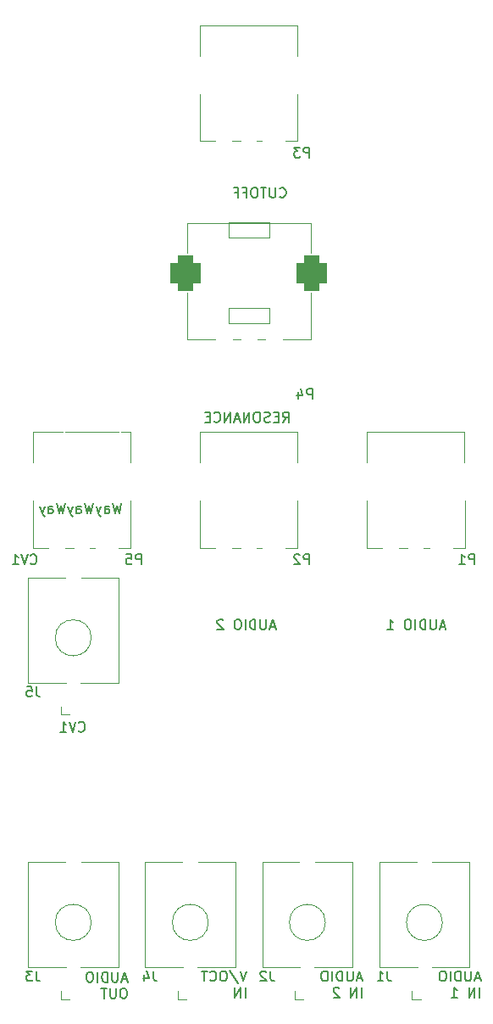
<source format=gbr>
G04 #@! TF.GenerationSoftware,KiCad,Pcbnew,7.0.2-0*
G04 #@! TF.CreationDate,2024-04-11T22:45:14+02:00*
G04 #@! TF.ProjectId,2600ish_vcf,32363030-6973-4685-9f76-63662e6b6963,rev?*
G04 #@! TF.SameCoordinates,Original*
G04 #@! TF.FileFunction,Legend,Bot*
G04 #@! TF.FilePolarity,Positive*
%FSLAX46Y46*%
G04 Gerber Fmt 4.6, Leading zero omitted, Abs format (unit mm)*
G04 Created by KiCad (PCBNEW 7.0.2-0) date 2024-04-11 22:45:14*
%MOMM*%
%LPD*%
G01*
G04 APERTURE LIST*
G04 Aperture macros list*
%AMRoundRect*
0 Rectangle with rounded corners*
0 $1 Rounding radius*
0 $2 $3 $4 $5 $6 $7 $8 $9 X,Y pos of 4 corners*
0 Add a 4 corners polygon primitive as box body*
4,1,4,$2,$3,$4,$5,$6,$7,$8,$9,$2,$3,0*
0 Add four circle primitives for the rounded corners*
1,1,$1+$1,$2,$3*
1,1,$1+$1,$4,$5*
1,1,$1+$1,$6,$7*
1,1,$1+$1,$8,$9*
0 Add four rect primitives between the rounded corners*
20,1,$1+$1,$2,$3,$4,$5,0*
20,1,$1+$1,$4,$5,$6,$7,0*
20,1,$1+$1,$6,$7,$8,$9,0*
20,1,$1+$1,$8,$9,$2,$3,0*%
G04 Aperture macros list end*
%ADD10C,0.150000*%
%ADD11C,0.120000*%
%ADD12C,1.600000*%
%ADD13O,1.600000X1.600000*%
%ADD14R,1.500000X1.500000*%
%ADD15C,1.500000*%
%ADD16R,1.200000X1.200000*%
%ADD17C,1.200000*%
%ADD18R,1.700000X1.700000*%
%ADD19O,1.700000X1.700000*%
%ADD20C,1.440000*%
%ADD21R,2.200000X2.200000*%
%ADD22O,2.200000X2.200000*%
%ADD23R,2.400000X1.600000*%
%ADD24O,2.400000X1.600000*%
%ADD25R,1.600000X2.400000*%
%ADD26O,1.600000X2.400000*%
%ADD27R,1.930000X1.830000*%
%ADD28C,2.130000*%
%ADD29O,2.720000X3.240000*%
%ADD30R,1.800000X1.800000*%
%ADD31C,1.800000*%
%ADD32RoundRect,0.750000X0.750000X-1.000000X0.750000X1.000000X-0.750000X1.000000X-0.750000X-1.000000X0*%
%ADD33R,1.600000X1.600000*%
G04 APERTURE END LIST*
D10*
X182109523Y-155171904D02*
X181633333Y-155171904D01*
X182204761Y-155457619D02*
X181871428Y-154457619D01*
X181871428Y-154457619D02*
X181538095Y-155457619D01*
X181204761Y-154457619D02*
X181204761Y-155267142D01*
X181204761Y-155267142D02*
X181157142Y-155362380D01*
X181157142Y-155362380D02*
X181109523Y-155410000D01*
X181109523Y-155410000D02*
X181014285Y-155457619D01*
X181014285Y-155457619D02*
X180823809Y-155457619D01*
X180823809Y-155457619D02*
X180728571Y-155410000D01*
X180728571Y-155410000D02*
X180680952Y-155362380D01*
X180680952Y-155362380D02*
X180633333Y-155267142D01*
X180633333Y-155267142D02*
X180633333Y-154457619D01*
X180157142Y-155457619D02*
X180157142Y-154457619D01*
X180157142Y-154457619D02*
X179919047Y-154457619D01*
X179919047Y-154457619D02*
X179776190Y-154505238D01*
X179776190Y-154505238D02*
X179680952Y-154600476D01*
X179680952Y-154600476D02*
X179633333Y-154695714D01*
X179633333Y-154695714D02*
X179585714Y-154886190D01*
X179585714Y-154886190D02*
X179585714Y-155029047D01*
X179585714Y-155029047D02*
X179633333Y-155219523D01*
X179633333Y-155219523D02*
X179680952Y-155314761D01*
X179680952Y-155314761D02*
X179776190Y-155410000D01*
X179776190Y-155410000D02*
X179919047Y-155457619D01*
X179919047Y-155457619D02*
X180157142Y-155457619D01*
X179157142Y-155457619D02*
X179157142Y-154457619D01*
X178490476Y-154457619D02*
X178300000Y-154457619D01*
X178300000Y-154457619D02*
X178204762Y-154505238D01*
X178204762Y-154505238D02*
X178109524Y-154600476D01*
X178109524Y-154600476D02*
X178061905Y-154790952D01*
X178061905Y-154790952D02*
X178061905Y-155124285D01*
X178061905Y-155124285D02*
X178109524Y-155314761D01*
X178109524Y-155314761D02*
X178204762Y-155410000D01*
X178204762Y-155410000D02*
X178300000Y-155457619D01*
X178300000Y-155457619D02*
X178490476Y-155457619D01*
X178490476Y-155457619D02*
X178585714Y-155410000D01*
X178585714Y-155410000D02*
X178680952Y-155314761D01*
X178680952Y-155314761D02*
X178728571Y-155124285D01*
X178728571Y-155124285D02*
X178728571Y-154790952D01*
X178728571Y-154790952D02*
X178680952Y-154600476D01*
X178680952Y-154600476D02*
X178585714Y-154505238D01*
X178585714Y-154505238D02*
X178490476Y-154457619D01*
X181871428Y-156077619D02*
X181680952Y-156077619D01*
X181680952Y-156077619D02*
X181585714Y-156125238D01*
X181585714Y-156125238D02*
X181490476Y-156220476D01*
X181490476Y-156220476D02*
X181442857Y-156410952D01*
X181442857Y-156410952D02*
X181442857Y-156744285D01*
X181442857Y-156744285D02*
X181490476Y-156934761D01*
X181490476Y-156934761D02*
X181585714Y-157030000D01*
X181585714Y-157030000D02*
X181680952Y-157077619D01*
X181680952Y-157077619D02*
X181871428Y-157077619D01*
X181871428Y-157077619D02*
X181966666Y-157030000D01*
X181966666Y-157030000D02*
X182061904Y-156934761D01*
X182061904Y-156934761D02*
X182109523Y-156744285D01*
X182109523Y-156744285D02*
X182109523Y-156410952D01*
X182109523Y-156410952D02*
X182061904Y-156220476D01*
X182061904Y-156220476D02*
X181966666Y-156125238D01*
X181966666Y-156125238D02*
X181871428Y-156077619D01*
X181014285Y-156077619D02*
X181014285Y-156887142D01*
X181014285Y-156887142D02*
X180966666Y-156982380D01*
X180966666Y-156982380D02*
X180919047Y-157030000D01*
X180919047Y-157030000D02*
X180823809Y-157077619D01*
X180823809Y-157077619D02*
X180633333Y-157077619D01*
X180633333Y-157077619D02*
X180538095Y-157030000D01*
X180538095Y-157030000D02*
X180490476Y-156982380D01*
X180490476Y-156982380D02*
X180442857Y-156887142D01*
X180442857Y-156887142D02*
X180442857Y-156077619D01*
X180109523Y-156077619D02*
X179538095Y-156077619D01*
X179823809Y-157077619D02*
X179823809Y-156077619D01*
X197390476Y-77082380D02*
X197438095Y-77130000D01*
X197438095Y-77130000D02*
X197580952Y-77177619D01*
X197580952Y-77177619D02*
X197676190Y-77177619D01*
X197676190Y-77177619D02*
X197819047Y-77130000D01*
X197819047Y-77130000D02*
X197914285Y-77034761D01*
X197914285Y-77034761D02*
X197961904Y-76939523D01*
X197961904Y-76939523D02*
X198009523Y-76749047D01*
X198009523Y-76749047D02*
X198009523Y-76606190D01*
X198009523Y-76606190D02*
X197961904Y-76415714D01*
X197961904Y-76415714D02*
X197914285Y-76320476D01*
X197914285Y-76320476D02*
X197819047Y-76225238D01*
X197819047Y-76225238D02*
X197676190Y-76177619D01*
X197676190Y-76177619D02*
X197580952Y-76177619D01*
X197580952Y-76177619D02*
X197438095Y-76225238D01*
X197438095Y-76225238D02*
X197390476Y-76272857D01*
X196961904Y-76177619D02*
X196961904Y-76987142D01*
X196961904Y-76987142D02*
X196914285Y-77082380D01*
X196914285Y-77082380D02*
X196866666Y-77130000D01*
X196866666Y-77130000D02*
X196771428Y-77177619D01*
X196771428Y-77177619D02*
X196580952Y-77177619D01*
X196580952Y-77177619D02*
X196485714Y-77130000D01*
X196485714Y-77130000D02*
X196438095Y-77082380D01*
X196438095Y-77082380D02*
X196390476Y-76987142D01*
X196390476Y-76987142D02*
X196390476Y-76177619D01*
X196057142Y-76177619D02*
X195485714Y-76177619D01*
X195771428Y-77177619D02*
X195771428Y-76177619D01*
X194961904Y-76177619D02*
X194771428Y-76177619D01*
X194771428Y-76177619D02*
X194676190Y-76225238D01*
X194676190Y-76225238D02*
X194580952Y-76320476D01*
X194580952Y-76320476D02*
X194533333Y-76510952D01*
X194533333Y-76510952D02*
X194533333Y-76844285D01*
X194533333Y-76844285D02*
X194580952Y-77034761D01*
X194580952Y-77034761D02*
X194676190Y-77130000D01*
X194676190Y-77130000D02*
X194771428Y-77177619D01*
X194771428Y-77177619D02*
X194961904Y-77177619D01*
X194961904Y-77177619D02*
X195057142Y-77130000D01*
X195057142Y-77130000D02*
X195152380Y-77034761D01*
X195152380Y-77034761D02*
X195199999Y-76844285D01*
X195199999Y-76844285D02*
X195199999Y-76510952D01*
X195199999Y-76510952D02*
X195152380Y-76320476D01*
X195152380Y-76320476D02*
X195057142Y-76225238D01*
X195057142Y-76225238D02*
X194961904Y-76177619D01*
X193771428Y-76653809D02*
X194104761Y-76653809D01*
X194104761Y-77177619D02*
X194104761Y-76177619D01*
X194104761Y-76177619D02*
X193628571Y-76177619D01*
X192914285Y-76653809D02*
X193247618Y-76653809D01*
X193247618Y-77177619D02*
X193247618Y-76177619D01*
X193247618Y-76177619D02*
X192771428Y-76177619D01*
X172490476Y-113682380D02*
X172538095Y-113730000D01*
X172538095Y-113730000D02*
X172680952Y-113777619D01*
X172680952Y-113777619D02*
X172776190Y-113777619D01*
X172776190Y-113777619D02*
X172919047Y-113730000D01*
X172919047Y-113730000D02*
X173014285Y-113634761D01*
X173014285Y-113634761D02*
X173061904Y-113539523D01*
X173061904Y-113539523D02*
X173109523Y-113349047D01*
X173109523Y-113349047D02*
X173109523Y-113206190D01*
X173109523Y-113206190D02*
X173061904Y-113015714D01*
X173061904Y-113015714D02*
X173014285Y-112920476D01*
X173014285Y-112920476D02*
X172919047Y-112825238D01*
X172919047Y-112825238D02*
X172776190Y-112777619D01*
X172776190Y-112777619D02*
X172680952Y-112777619D01*
X172680952Y-112777619D02*
X172538095Y-112825238D01*
X172538095Y-112825238D02*
X172490476Y-112872857D01*
X172204761Y-112777619D02*
X171871428Y-113777619D01*
X171871428Y-113777619D02*
X171538095Y-112777619D01*
X170680952Y-113777619D02*
X171252380Y-113777619D01*
X170966666Y-113777619D02*
X170966666Y-112777619D01*
X170966666Y-112777619D02*
X171061904Y-112920476D01*
X171061904Y-112920476D02*
X171157142Y-113015714D01*
X171157142Y-113015714D02*
X171252380Y-113063333D01*
X217409523Y-155071904D02*
X216933333Y-155071904D01*
X217504761Y-155357619D02*
X217171428Y-154357619D01*
X217171428Y-154357619D02*
X216838095Y-155357619D01*
X216504761Y-154357619D02*
X216504761Y-155167142D01*
X216504761Y-155167142D02*
X216457142Y-155262380D01*
X216457142Y-155262380D02*
X216409523Y-155310000D01*
X216409523Y-155310000D02*
X216314285Y-155357619D01*
X216314285Y-155357619D02*
X216123809Y-155357619D01*
X216123809Y-155357619D02*
X216028571Y-155310000D01*
X216028571Y-155310000D02*
X215980952Y-155262380D01*
X215980952Y-155262380D02*
X215933333Y-155167142D01*
X215933333Y-155167142D02*
X215933333Y-154357619D01*
X215457142Y-155357619D02*
X215457142Y-154357619D01*
X215457142Y-154357619D02*
X215219047Y-154357619D01*
X215219047Y-154357619D02*
X215076190Y-154405238D01*
X215076190Y-154405238D02*
X214980952Y-154500476D01*
X214980952Y-154500476D02*
X214933333Y-154595714D01*
X214933333Y-154595714D02*
X214885714Y-154786190D01*
X214885714Y-154786190D02*
X214885714Y-154929047D01*
X214885714Y-154929047D02*
X214933333Y-155119523D01*
X214933333Y-155119523D02*
X214980952Y-155214761D01*
X214980952Y-155214761D02*
X215076190Y-155310000D01*
X215076190Y-155310000D02*
X215219047Y-155357619D01*
X215219047Y-155357619D02*
X215457142Y-155357619D01*
X214457142Y-155357619D02*
X214457142Y-154357619D01*
X213790476Y-154357619D02*
X213600000Y-154357619D01*
X213600000Y-154357619D02*
X213504762Y-154405238D01*
X213504762Y-154405238D02*
X213409524Y-154500476D01*
X213409524Y-154500476D02*
X213361905Y-154690952D01*
X213361905Y-154690952D02*
X213361905Y-155024285D01*
X213361905Y-155024285D02*
X213409524Y-155214761D01*
X213409524Y-155214761D02*
X213504762Y-155310000D01*
X213504762Y-155310000D02*
X213600000Y-155357619D01*
X213600000Y-155357619D02*
X213790476Y-155357619D01*
X213790476Y-155357619D02*
X213885714Y-155310000D01*
X213885714Y-155310000D02*
X213980952Y-155214761D01*
X213980952Y-155214761D02*
X214028571Y-155024285D01*
X214028571Y-155024285D02*
X214028571Y-154690952D01*
X214028571Y-154690952D02*
X213980952Y-154500476D01*
X213980952Y-154500476D02*
X213885714Y-154405238D01*
X213885714Y-154405238D02*
X213790476Y-154357619D01*
X217361904Y-156977619D02*
X217361904Y-155977619D01*
X216885714Y-156977619D02*
X216885714Y-155977619D01*
X216885714Y-155977619D02*
X216314286Y-156977619D01*
X216314286Y-156977619D02*
X216314286Y-155977619D01*
X214552381Y-156977619D02*
X215123809Y-156977619D01*
X214838095Y-156977619D02*
X214838095Y-155977619D01*
X214838095Y-155977619D02*
X214933333Y-156120476D01*
X214933333Y-156120476D02*
X215028571Y-156215714D01*
X215028571Y-156215714D02*
X215123809Y-156263333D01*
X194104761Y-154357619D02*
X193771428Y-155357619D01*
X193771428Y-155357619D02*
X193438095Y-154357619D01*
X192390476Y-154310000D02*
X193247618Y-155595714D01*
X191866666Y-154357619D02*
X191676190Y-154357619D01*
X191676190Y-154357619D02*
X191580952Y-154405238D01*
X191580952Y-154405238D02*
X191485714Y-154500476D01*
X191485714Y-154500476D02*
X191438095Y-154690952D01*
X191438095Y-154690952D02*
X191438095Y-155024285D01*
X191438095Y-155024285D02*
X191485714Y-155214761D01*
X191485714Y-155214761D02*
X191580952Y-155310000D01*
X191580952Y-155310000D02*
X191676190Y-155357619D01*
X191676190Y-155357619D02*
X191866666Y-155357619D01*
X191866666Y-155357619D02*
X191961904Y-155310000D01*
X191961904Y-155310000D02*
X192057142Y-155214761D01*
X192057142Y-155214761D02*
X192104761Y-155024285D01*
X192104761Y-155024285D02*
X192104761Y-154690952D01*
X192104761Y-154690952D02*
X192057142Y-154500476D01*
X192057142Y-154500476D02*
X191961904Y-154405238D01*
X191961904Y-154405238D02*
X191866666Y-154357619D01*
X190438095Y-155262380D02*
X190485714Y-155310000D01*
X190485714Y-155310000D02*
X190628571Y-155357619D01*
X190628571Y-155357619D02*
X190723809Y-155357619D01*
X190723809Y-155357619D02*
X190866666Y-155310000D01*
X190866666Y-155310000D02*
X190961904Y-155214761D01*
X190961904Y-155214761D02*
X191009523Y-155119523D01*
X191009523Y-155119523D02*
X191057142Y-154929047D01*
X191057142Y-154929047D02*
X191057142Y-154786190D01*
X191057142Y-154786190D02*
X191009523Y-154595714D01*
X191009523Y-154595714D02*
X190961904Y-154500476D01*
X190961904Y-154500476D02*
X190866666Y-154405238D01*
X190866666Y-154405238D02*
X190723809Y-154357619D01*
X190723809Y-154357619D02*
X190628571Y-154357619D01*
X190628571Y-154357619D02*
X190485714Y-154405238D01*
X190485714Y-154405238D02*
X190438095Y-154452857D01*
X190152380Y-154357619D02*
X189580952Y-154357619D01*
X189866666Y-155357619D02*
X189866666Y-154357619D01*
X193961904Y-156977619D02*
X193961904Y-155977619D01*
X193485714Y-156977619D02*
X193485714Y-155977619D01*
X193485714Y-155977619D02*
X192914286Y-156977619D01*
X192914286Y-156977619D02*
X192914286Y-155977619D01*
X213909523Y-119991904D02*
X213433333Y-119991904D01*
X214004761Y-120277619D02*
X213671428Y-119277619D01*
X213671428Y-119277619D02*
X213338095Y-120277619D01*
X213004761Y-119277619D02*
X213004761Y-120087142D01*
X213004761Y-120087142D02*
X212957142Y-120182380D01*
X212957142Y-120182380D02*
X212909523Y-120230000D01*
X212909523Y-120230000D02*
X212814285Y-120277619D01*
X212814285Y-120277619D02*
X212623809Y-120277619D01*
X212623809Y-120277619D02*
X212528571Y-120230000D01*
X212528571Y-120230000D02*
X212480952Y-120182380D01*
X212480952Y-120182380D02*
X212433333Y-120087142D01*
X212433333Y-120087142D02*
X212433333Y-119277619D01*
X211957142Y-120277619D02*
X211957142Y-119277619D01*
X211957142Y-119277619D02*
X211719047Y-119277619D01*
X211719047Y-119277619D02*
X211576190Y-119325238D01*
X211576190Y-119325238D02*
X211480952Y-119420476D01*
X211480952Y-119420476D02*
X211433333Y-119515714D01*
X211433333Y-119515714D02*
X211385714Y-119706190D01*
X211385714Y-119706190D02*
X211385714Y-119849047D01*
X211385714Y-119849047D02*
X211433333Y-120039523D01*
X211433333Y-120039523D02*
X211480952Y-120134761D01*
X211480952Y-120134761D02*
X211576190Y-120230000D01*
X211576190Y-120230000D02*
X211719047Y-120277619D01*
X211719047Y-120277619D02*
X211957142Y-120277619D01*
X210957142Y-120277619D02*
X210957142Y-119277619D01*
X210290476Y-119277619D02*
X210100000Y-119277619D01*
X210100000Y-119277619D02*
X210004762Y-119325238D01*
X210004762Y-119325238D02*
X209909524Y-119420476D01*
X209909524Y-119420476D02*
X209861905Y-119610952D01*
X209861905Y-119610952D02*
X209861905Y-119944285D01*
X209861905Y-119944285D02*
X209909524Y-120134761D01*
X209909524Y-120134761D02*
X210004762Y-120230000D01*
X210004762Y-120230000D02*
X210100000Y-120277619D01*
X210100000Y-120277619D02*
X210290476Y-120277619D01*
X210290476Y-120277619D02*
X210385714Y-120230000D01*
X210385714Y-120230000D02*
X210480952Y-120134761D01*
X210480952Y-120134761D02*
X210528571Y-119944285D01*
X210528571Y-119944285D02*
X210528571Y-119610952D01*
X210528571Y-119610952D02*
X210480952Y-119420476D01*
X210480952Y-119420476D02*
X210385714Y-119325238D01*
X210385714Y-119325238D02*
X210290476Y-119277619D01*
X208147619Y-120277619D02*
X208719047Y-120277619D01*
X208433333Y-120277619D02*
X208433333Y-119277619D01*
X208433333Y-119277619D02*
X208528571Y-119420476D01*
X208528571Y-119420476D02*
X208623809Y-119515714D01*
X208623809Y-119515714D02*
X208719047Y-119563333D01*
X196909523Y-119991904D02*
X196433333Y-119991904D01*
X197004761Y-120277619D02*
X196671428Y-119277619D01*
X196671428Y-119277619D02*
X196338095Y-120277619D01*
X196004761Y-119277619D02*
X196004761Y-120087142D01*
X196004761Y-120087142D02*
X195957142Y-120182380D01*
X195957142Y-120182380D02*
X195909523Y-120230000D01*
X195909523Y-120230000D02*
X195814285Y-120277619D01*
X195814285Y-120277619D02*
X195623809Y-120277619D01*
X195623809Y-120277619D02*
X195528571Y-120230000D01*
X195528571Y-120230000D02*
X195480952Y-120182380D01*
X195480952Y-120182380D02*
X195433333Y-120087142D01*
X195433333Y-120087142D02*
X195433333Y-119277619D01*
X194957142Y-120277619D02*
X194957142Y-119277619D01*
X194957142Y-119277619D02*
X194719047Y-119277619D01*
X194719047Y-119277619D02*
X194576190Y-119325238D01*
X194576190Y-119325238D02*
X194480952Y-119420476D01*
X194480952Y-119420476D02*
X194433333Y-119515714D01*
X194433333Y-119515714D02*
X194385714Y-119706190D01*
X194385714Y-119706190D02*
X194385714Y-119849047D01*
X194385714Y-119849047D02*
X194433333Y-120039523D01*
X194433333Y-120039523D02*
X194480952Y-120134761D01*
X194480952Y-120134761D02*
X194576190Y-120230000D01*
X194576190Y-120230000D02*
X194719047Y-120277619D01*
X194719047Y-120277619D02*
X194957142Y-120277619D01*
X193957142Y-120277619D02*
X193957142Y-119277619D01*
X193290476Y-119277619D02*
X193100000Y-119277619D01*
X193100000Y-119277619D02*
X193004762Y-119325238D01*
X193004762Y-119325238D02*
X192909524Y-119420476D01*
X192909524Y-119420476D02*
X192861905Y-119610952D01*
X192861905Y-119610952D02*
X192861905Y-119944285D01*
X192861905Y-119944285D02*
X192909524Y-120134761D01*
X192909524Y-120134761D02*
X193004762Y-120230000D01*
X193004762Y-120230000D02*
X193100000Y-120277619D01*
X193100000Y-120277619D02*
X193290476Y-120277619D01*
X193290476Y-120277619D02*
X193385714Y-120230000D01*
X193385714Y-120230000D02*
X193480952Y-120134761D01*
X193480952Y-120134761D02*
X193528571Y-119944285D01*
X193528571Y-119944285D02*
X193528571Y-119610952D01*
X193528571Y-119610952D02*
X193480952Y-119420476D01*
X193480952Y-119420476D02*
X193385714Y-119325238D01*
X193385714Y-119325238D02*
X193290476Y-119277619D01*
X191719047Y-119372857D02*
X191671428Y-119325238D01*
X191671428Y-119325238D02*
X191576190Y-119277619D01*
X191576190Y-119277619D02*
X191338095Y-119277619D01*
X191338095Y-119277619D02*
X191242857Y-119325238D01*
X191242857Y-119325238D02*
X191195238Y-119372857D01*
X191195238Y-119372857D02*
X191147619Y-119468095D01*
X191147619Y-119468095D02*
X191147619Y-119563333D01*
X191147619Y-119563333D02*
X191195238Y-119706190D01*
X191195238Y-119706190D02*
X191766666Y-120277619D01*
X191766666Y-120277619D02*
X191147619Y-120277619D01*
X197690476Y-99577619D02*
X198023809Y-99101428D01*
X198261904Y-99577619D02*
X198261904Y-98577619D01*
X198261904Y-98577619D02*
X197880952Y-98577619D01*
X197880952Y-98577619D02*
X197785714Y-98625238D01*
X197785714Y-98625238D02*
X197738095Y-98672857D01*
X197738095Y-98672857D02*
X197690476Y-98768095D01*
X197690476Y-98768095D02*
X197690476Y-98910952D01*
X197690476Y-98910952D02*
X197738095Y-99006190D01*
X197738095Y-99006190D02*
X197785714Y-99053809D01*
X197785714Y-99053809D02*
X197880952Y-99101428D01*
X197880952Y-99101428D02*
X198261904Y-99101428D01*
X197261904Y-99053809D02*
X196928571Y-99053809D01*
X196785714Y-99577619D02*
X197261904Y-99577619D01*
X197261904Y-99577619D02*
X197261904Y-98577619D01*
X197261904Y-98577619D02*
X196785714Y-98577619D01*
X196404761Y-99530000D02*
X196261904Y-99577619D01*
X196261904Y-99577619D02*
X196023809Y-99577619D01*
X196023809Y-99577619D02*
X195928571Y-99530000D01*
X195928571Y-99530000D02*
X195880952Y-99482380D01*
X195880952Y-99482380D02*
X195833333Y-99387142D01*
X195833333Y-99387142D02*
X195833333Y-99291904D01*
X195833333Y-99291904D02*
X195880952Y-99196666D01*
X195880952Y-99196666D02*
X195928571Y-99149047D01*
X195928571Y-99149047D02*
X196023809Y-99101428D01*
X196023809Y-99101428D02*
X196214285Y-99053809D01*
X196214285Y-99053809D02*
X196309523Y-99006190D01*
X196309523Y-99006190D02*
X196357142Y-98958571D01*
X196357142Y-98958571D02*
X196404761Y-98863333D01*
X196404761Y-98863333D02*
X196404761Y-98768095D01*
X196404761Y-98768095D02*
X196357142Y-98672857D01*
X196357142Y-98672857D02*
X196309523Y-98625238D01*
X196309523Y-98625238D02*
X196214285Y-98577619D01*
X196214285Y-98577619D02*
X195976190Y-98577619D01*
X195976190Y-98577619D02*
X195833333Y-98625238D01*
X195214285Y-98577619D02*
X195023809Y-98577619D01*
X195023809Y-98577619D02*
X194928571Y-98625238D01*
X194928571Y-98625238D02*
X194833333Y-98720476D01*
X194833333Y-98720476D02*
X194785714Y-98910952D01*
X194785714Y-98910952D02*
X194785714Y-99244285D01*
X194785714Y-99244285D02*
X194833333Y-99434761D01*
X194833333Y-99434761D02*
X194928571Y-99530000D01*
X194928571Y-99530000D02*
X195023809Y-99577619D01*
X195023809Y-99577619D02*
X195214285Y-99577619D01*
X195214285Y-99577619D02*
X195309523Y-99530000D01*
X195309523Y-99530000D02*
X195404761Y-99434761D01*
X195404761Y-99434761D02*
X195452380Y-99244285D01*
X195452380Y-99244285D02*
X195452380Y-98910952D01*
X195452380Y-98910952D02*
X195404761Y-98720476D01*
X195404761Y-98720476D02*
X195309523Y-98625238D01*
X195309523Y-98625238D02*
X195214285Y-98577619D01*
X194357142Y-99577619D02*
X194357142Y-98577619D01*
X194357142Y-98577619D02*
X193785714Y-99577619D01*
X193785714Y-99577619D02*
X193785714Y-98577619D01*
X193357142Y-99291904D02*
X192880952Y-99291904D01*
X193452380Y-99577619D02*
X193119047Y-98577619D01*
X193119047Y-98577619D02*
X192785714Y-99577619D01*
X192452380Y-99577619D02*
X192452380Y-98577619D01*
X192452380Y-98577619D02*
X191880952Y-99577619D01*
X191880952Y-99577619D02*
X191880952Y-98577619D01*
X190833333Y-99482380D02*
X190880952Y-99530000D01*
X190880952Y-99530000D02*
X191023809Y-99577619D01*
X191023809Y-99577619D02*
X191119047Y-99577619D01*
X191119047Y-99577619D02*
X191261904Y-99530000D01*
X191261904Y-99530000D02*
X191357142Y-99434761D01*
X191357142Y-99434761D02*
X191404761Y-99339523D01*
X191404761Y-99339523D02*
X191452380Y-99149047D01*
X191452380Y-99149047D02*
X191452380Y-99006190D01*
X191452380Y-99006190D02*
X191404761Y-98815714D01*
X191404761Y-98815714D02*
X191357142Y-98720476D01*
X191357142Y-98720476D02*
X191261904Y-98625238D01*
X191261904Y-98625238D02*
X191119047Y-98577619D01*
X191119047Y-98577619D02*
X191023809Y-98577619D01*
X191023809Y-98577619D02*
X190880952Y-98625238D01*
X190880952Y-98625238D02*
X190833333Y-98672857D01*
X190404761Y-99053809D02*
X190071428Y-99053809D01*
X189928571Y-99577619D02*
X190404761Y-99577619D01*
X190404761Y-99577619D02*
X190404761Y-98577619D01*
X190404761Y-98577619D02*
X189928571Y-98577619D01*
X177290476Y-130382380D02*
X177338095Y-130430000D01*
X177338095Y-130430000D02*
X177480952Y-130477619D01*
X177480952Y-130477619D02*
X177576190Y-130477619D01*
X177576190Y-130477619D02*
X177719047Y-130430000D01*
X177719047Y-130430000D02*
X177814285Y-130334761D01*
X177814285Y-130334761D02*
X177861904Y-130239523D01*
X177861904Y-130239523D02*
X177909523Y-130049047D01*
X177909523Y-130049047D02*
X177909523Y-129906190D01*
X177909523Y-129906190D02*
X177861904Y-129715714D01*
X177861904Y-129715714D02*
X177814285Y-129620476D01*
X177814285Y-129620476D02*
X177719047Y-129525238D01*
X177719047Y-129525238D02*
X177576190Y-129477619D01*
X177576190Y-129477619D02*
X177480952Y-129477619D01*
X177480952Y-129477619D02*
X177338095Y-129525238D01*
X177338095Y-129525238D02*
X177290476Y-129572857D01*
X177004761Y-129477619D02*
X176671428Y-130477619D01*
X176671428Y-130477619D02*
X176338095Y-129477619D01*
X175480952Y-130477619D02*
X176052380Y-130477619D01*
X175766666Y-130477619D02*
X175766666Y-129477619D01*
X175766666Y-129477619D02*
X175861904Y-129620476D01*
X175861904Y-129620476D02*
X175957142Y-129715714D01*
X175957142Y-129715714D02*
X176052380Y-129763333D01*
X205609523Y-155071904D02*
X205133333Y-155071904D01*
X205704761Y-155357619D02*
X205371428Y-154357619D01*
X205371428Y-154357619D02*
X205038095Y-155357619D01*
X204704761Y-154357619D02*
X204704761Y-155167142D01*
X204704761Y-155167142D02*
X204657142Y-155262380D01*
X204657142Y-155262380D02*
X204609523Y-155310000D01*
X204609523Y-155310000D02*
X204514285Y-155357619D01*
X204514285Y-155357619D02*
X204323809Y-155357619D01*
X204323809Y-155357619D02*
X204228571Y-155310000D01*
X204228571Y-155310000D02*
X204180952Y-155262380D01*
X204180952Y-155262380D02*
X204133333Y-155167142D01*
X204133333Y-155167142D02*
X204133333Y-154357619D01*
X203657142Y-155357619D02*
X203657142Y-154357619D01*
X203657142Y-154357619D02*
X203419047Y-154357619D01*
X203419047Y-154357619D02*
X203276190Y-154405238D01*
X203276190Y-154405238D02*
X203180952Y-154500476D01*
X203180952Y-154500476D02*
X203133333Y-154595714D01*
X203133333Y-154595714D02*
X203085714Y-154786190D01*
X203085714Y-154786190D02*
X203085714Y-154929047D01*
X203085714Y-154929047D02*
X203133333Y-155119523D01*
X203133333Y-155119523D02*
X203180952Y-155214761D01*
X203180952Y-155214761D02*
X203276190Y-155310000D01*
X203276190Y-155310000D02*
X203419047Y-155357619D01*
X203419047Y-155357619D02*
X203657142Y-155357619D01*
X202657142Y-155357619D02*
X202657142Y-154357619D01*
X201990476Y-154357619D02*
X201800000Y-154357619D01*
X201800000Y-154357619D02*
X201704762Y-154405238D01*
X201704762Y-154405238D02*
X201609524Y-154500476D01*
X201609524Y-154500476D02*
X201561905Y-154690952D01*
X201561905Y-154690952D02*
X201561905Y-155024285D01*
X201561905Y-155024285D02*
X201609524Y-155214761D01*
X201609524Y-155214761D02*
X201704762Y-155310000D01*
X201704762Y-155310000D02*
X201800000Y-155357619D01*
X201800000Y-155357619D02*
X201990476Y-155357619D01*
X201990476Y-155357619D02*
X202085714Y-155310000D01*
X202085714Y-155310000D02*
X202180952Y-155214761D01*
X202180952Y-155214761D02*
X202228571Y-155024285D01*
X202228571Y-155024285D02*
X202228571Y-154690952D01*
X202228571Y-154690952D02*
X202180952Y-154500476D01*
X202180952Y-154500476D02*
X202085714Y-154405238D01*
X202085714Y-154405238D02*
X201990476Y-154357619D01*
X205561904Y-156977619D02*
X205561904Y-155977619D01*
X205085714Y-156977619D02*
X205085714Y-155977619D01*
X205085714Y-155977619D02*
X204514286Y-156977619D01*
X204514286Y-156977619D02*
X204514286Y-155977619D01*
X203323809Y-156072857D02*
X203276190Y-156025238D01*
X203276190Y-156025238D02*
X203180952Y-155977619D01*
X203180952Y-155977619D02*
X202942857Y-155977619D01*
X202942857Y-155977619D02*
X202847619Y-156025238D01*
X202847619Y-156025238D02*
X202800000Y-156072857D01*
X202800000Y-156072857D02*
X202752381Y-156168095D01*
X202752381Y-156168095D02*
X202752381Y-156263333D01*
X202752381Y-156263333D02*
X202800000Y-156406190D01*
X202800000Y-156406190D02*
X203371428Y-156977619D01*
X203371428Y-156977619D02*
X202752381Y-156977619D01*
X181567142Y-107637619D02*
X181329047Y-108637619D01*
X181329047Y-108637619D02*
X181138571Y-107923333D01*
X181138571Y-107923333D02*
X180948095Y-108637619D01*
X180948095Y-108637619D02*
X180710000Y-107637619D01*
X179900476Y-108637619D02*
X179900476Y-108113809D01*
X179900476Y-108113809D02*
X179948095Y-108018571D01*
X179948095Y-108018571D02*
X180043333Y-107970952D01*
X180043333Y-107970952D02*
X180233809Y-107970952D01*
X180233809Y-107970952D02*
X180329047Y-108018571D01*
X179900476Y-108590000D02*
X179995714Y-108637619D01*
X179995714Y-108637619D02*
X180233809Y-108637619D01*
X180233809Y-108637619D02*
X180329047Y-108590000D01*
X180329047Y-108590000D02*
X180376666Y-108494761D01*
X180376666Y-108494761D02*
X180376666Y-108399523D01*
X180376666Y-108399523D02*
X180329047Y-108304285D01*
X180329047Y-108304285D02*
X180233809Y-108256666D01*
X180233809Y-108256666D02*
X179995714Y-108256666D01*
X179995714Y-108256666D02*
X179900476Y-108209047D01*
X179519523Y-107970952D02*
X179281428Y-108637619D01*
X179043333Y-107970952D02*
X179281428Y-108637619D01*
X179281428Y-108637619D02*
X179376666Y-108875714D01*
X179376666Y-108875714D02*
X179424285Y-108923333D01*
X179424285Y-108923333D02*
X179519523Y-108970952D01*
X178757618Y-107637619D02*
X178519523Y-108637619D01*
X178519523Y-108637619D02*
X178329047Y-107923333D01*
X178329047Y-107923333D02*
X178138571Y-108637619D01*
X178138571Y-108637619D02*
X177900476Y-107637619D01*
X177090952Y-108637619D02*
X177090952Y-108113809D01*
X177090952Y-108113809D02*
X177138571Y-108018571D01*
X177138571Y-108018571D02*
X177233809Y-107970952D01*
X177233809Y-107970952D02*
X177424285Y-107970952D01*
X177424285Y-107970952D02*
X177519523Y-108018571D01*
X177090952Y-108590000D02*
X177186190Y-108637619D01*
X177186190Y-108637619D02*
X177424285Y-108637619D01*
X177424285Y-108637619D02*
X177519523Y-108590000D01*
X177519523Y-108590000D02*
X177567142Y-108494761D01*
X177567142Y-108494761D02*
X177567142Y-108399523D01*
X177567142Y-108399523D02*
X177519523Y-108304285D01*
X177519523Y-108304285D02*
X177424285Y-108256666D01*
X177424285Y-108256666D02*
X177186190Y-108256666D01*
X177186190Y-108256666D02*
X177090952Y-108209047D01*
X176709999Y-107970952D02*
X176471904Y-108637619D01*
X176233809Y-107970952D02*
X176471904Y-108637619D01*
X176471904Y-108637619D02*
X176567142Y-108875714D01*
X176567142Y-108875714D02*
X176614761Y-108923333D01*
X176614761Y-108923333D02*
X176709999Y-108970952D01*
X175948094Y-107637619D02*
X175709999Y-108637619D01*
X175709999Y-108637619D02*
X175519523Y-107923333D01*
X175519523Y-107923333D02*
X175329047Y-108637619D01*
X175329047Y-108637619D02*
X175090952Y-107637619D01*
X174281428Y-108637619D02*
X174281428Y-108113809D01*
X174281428Y-108113809D02*
X174329047Y-108018571D01*
X174329047Y-108018571D02*
X174424285Y-107970952D01*
X174424285Y-107970952D02*
X174614761Y-107970952D01*
X174614761Y-107970952D02*
X174709999Y-108018571D01*
X174281428Y-108590000D02*
X174376666Y-108637619D01*
X174376666Y-108637619D02*
X174614761Y-108637619D01*
X174614761Y-108637619D02*
X174709999Y-108590000D01*
X174709999Y-108590000D02*
X174757618Y-108494761D01*
X174757618Y-108494761D02*
X174757618Y-108399523D01*
X174757618Y-108399523D02*
X174709999Y-108304285D01*
X174709999Y-108304285D02*
X174614761Y-108256666D01*
X174614761Y-108256666D02*
X174376666Y-108256666D01*
X174376666Y-108256666D02*
X174281428Y-108209047D01*
X173900475Y-107970952D02*
X173662380Y-108637619D01*
X173424285Y-107970952D02*
X173662380Y-108637619D01*
X173662380Y-108637619D02*
X173757618Y-108875714D01*
X173757618Y-108875714D02*
X173805237Y-108923333D01*
X173805237Y-108923333D02*
X173900475Y-108970952D01*
X184753333Y-154362619D02*
X184753333Y-155076904D01*
X184753333Y-155076904D02*
X184800952Y-155219761D01*
X184800952Y-155219761D02*
X184896190Y-155315000D01*
X184896190Y-155315000D02*
X185039047Y-155362619D01*
X185039047Y-155362619D02*
X185134285Y-155362619D01*
X183848571Y-154695952D02*
X183848571Y-155362619D01*
X184086666Y-154315000D02*
X184324761Y-155029285D01*
X184324761Y-155029285D02*
X183705714Y-155029285D01*
X183538094Y-113762619D02*
X183538094Y-112762619D01*
X183538094Y-112762619D02*
X183157142Y-112762619D01*
X183157142Y-112762619D02*
X183061904Y-112810238D01*
X183061904Y-112810238D02*
X183014285Y-112857857D01*
X183014285Y-112857857D02*
X182966666Y-112953095D01*
X182966666Y-112953095D02*
X182966666Y-113095952D01*
X182966666Y-113095952D02*
X183014285Y-113191190D01*
X183014285Y-113191190D02*
X183061904Y-113238809D01*
X183061904Y-113238809D02*
X183157142Y-113286428D01*
X183157142Y-113286428D02*
X183538094Y-113286428D01*
X182061904Y-112762619D02*
X182538094Y-112762619D01*
X182538094Y-112762619D02*
X182585713Y-113238809D01*
X182585713Y-113238809D02*
X182538094Y-113191190D01*
X182538094Y-113191190D02*
X182442856Y-113143571D01*
X182442856Y-113143571D02*
X182204761Y-113143571D01*
X182204761Y-113143571D02*
X182109523Y-113191190D01*
X182109523Y-113191190D02*
X182061904Y-113238809D01*
X182061904Y-113238809D02*
X182014285Y-113334047D01*
X182014285Y-113334047D02*
X182014285Y-113572142D01*
X182014285Y-113572142D02*
X182061904Y-113667380D01*
X182061904Y-113667380D02*
X182109523Y-113715000D01*
X182109523Y-113715000D02*
X182204761Y-113762619D01*
X182204761Y-113762619D02*
X182442856Y-113762619D01*
X182442856Y-113762619D02*
X182538094Y-113715000D01*
X182538094Y-113715000D02*
X182585713Y-113667380D01*
X200638094Y-97262619D02*
X200638094Y-96262619D01*
X200638094Y-96262619D02*
X200257142Y-96262619D01*
X200257142Y-96262619D02*
X200161904Y-96310238D01*
X200161904Y-96310238D02*
X200114285Y-96357857D01*
X200114285Y-96357857D02*
X200066666Y-96453095D01*
X200066666Y-96453095D02*
X200066666Y-96595952D01*
X200066666Y-96595952D02*
X200114285Y-96691190D01*
X200114285Y-96691190D02*
X200161904Y-96738809D01*
X200161904Y-96738809D02*
X200257142Y-96786428D01*
X200257142Y-96786428D02*
X200638094Y-96786428D01*
X199209523Y-96595952D02*
X199209523Y-97262619D01*
X199447618Y-96215000D02*
X199685713Y-96929285D01*
X199685713Y-96929285D02*
X199066666Y-96929285D01*
X173053333Y-154362619D02*
X173053333Y-155076904D01*
X173053333Y-155076904D02*
X173100952Y-155219761D01*
X173100952Y-155219761D02*
X173196190Y-155315000D01*
X173196190Y-155315000D02*
X173339047Y-155362619D01*
X173339047Y-155362619D02*
X173434285Y-155362619D01*
X172672380Y-154362619D02*
X172053333Y-154362619D01*
X172053333Y-154362619D02*
X172386666Y-154743571D01*
X172386666Y-154743571D02*
X172243809Y-154743571D01*
X172243809Y-154743571D02*
X172148571Y-154791190D01*
X172148571Y-154791190D02*
X172100952Y-154838809D01*
X172100952Y-154838809D02*
X172053333Y-154934047D01*
X172053333Y-154934047D02*
X172053333Y-155172142D01*
X172053333Y-155172142D02*
X172100952Y-155267380D01*
X172100952Y-155267380D02*
X172148571Y-155315000D01*
X172148571Y-155315000D02*
X172243809Y-155362619D01*
X172243809Y-155362619D02*
X172529523Y-155362619D01*
X172529523Y-155362619D02*
X172624761Y-155315000D01*
X172624761Y-155315000D02*
X172672380Y-155267380D01*
X196453333Y-154362619D02*
X196453333Y-155076904D01*
X196453333Y-155076904D02*
X196500952Y-155219761D01*
X196500952Y-155219761D02*
X196596190Y-155315000D01*
X196596190Y-155315000D02*
X196739047Y-155362619D01*
X196739047Y-155362619D02*
X196834285Y-155362619D01*
X196024761Y-154457857D02*
X195977142Y-154410238D01*
X195977142Y-154410238D02*
X195881904Y-154362619D01*
X195881904Y-154362619D02*
X195643809Y-154362619D01*
X195643809Y-154362619D02*
X195548571Y-154410238D01*
X195548571Y-154410238D02*
X195500952Y-154457857D01*
X195500952Y-154457857D02*
X195453333Y-154553095D01*
X195453333Y-154553095D02*
X195453333Y-154648333D01*
X195453333Y-154648333D02*
X195500952Y-154791190D01*
X195500952Y-154791190D02*
X196072380Y-155362619D01*
X196072380Y-155362619D02*
X195453333Y-155362619D01*
X208153333Y-154362619D02*
X208153333Y-155076904D01*
X208153333Y-155076904D02*
X208200952Y-155219761D01*
X208200952Y-155219761D02*
X208296190Y-155315000D01*
X208296190Y-155315000D02*
X208439047Y-155362619D01*
X208439047Y-155362619D02*
X208534285Y-155362619D01*
X207153333Y-155362619D02*
X207724761Y-155362619D01*
X207439047Y-155362619D02*
X207439047Y-154362619D01*
X207439047Y-154362619D02*
X207534285Y-154505476D01*
X207534285Y-154505476D02*
X207629523Y-154600714D01*
X207629523Y-154600714D02*
X207724761Y-154648333D01*
X216838094Y-113762619D02*
X216838094Y-112762619D01*
X216838094Y-112762619D02*
X216457142Y-112762619D01*
X216457142Y-112762619D02*
X216361904Y-112810238D01*
X216361904Y-112810238D02*
X216314285Y-112857857D01*
X216314285Y-112857857D02*
X216266666Y-112953095D01*
X216266666Y-112953095D02*
X216266666Y-113095952D01*
X216266666Y-113095952D02*
X216314285Y-113191190D01*
X216314285Y-113191190D02*
X216361904Y-113238809D01*
X216361904Y-113238809D02*
X216457142Y-113286428D01*
X216457142Y-113286428D02*
X216838094Y-113286428D01*
X215314285Y-113762619D02*
X215885713Y-113762619D01*
X215599999Y-113762619D02*
X215599999Y-112762619D01*
X215599999Y-112762619D02*
X215695237Y-112905476D01*
X215695237Y-112905476D02*
X215790475Y-113000714D01*
X215790475Y-113000714D02*
X215885713Y-113048333D01*
X173053333Y-125962619D02*
X173053333Y-126676904D01*
X173053333Y-126676904D02*
X173100952Y-126819761D01*
X173100952Y-126819761D02*
X173196190Y-126915000D01*
X173196190Y-126915000D02*
X173339047Y-126962619D01*
X173339047Y-126962619D02*
X173434285Y-126962619D01*
X172100952Y-125962619D02*
X172577142Y-125962619D01*
X172577142Y-125962619D02*
X172624761Y-126438809D01*
X172624761Y-126438809D02*
X172577142Y-126391190D01*
X172577142Y-126391190D02*
X172481904Y-126343571D01*
X172481904Y-126343571D02*
X172243809Y-126343571D01*
X172243809Y-126343571D02*
X172148571Y-126391190D01*
X172148571Y-126391190D02*
X172100952Y-126438809D01*
X172100952Y-126438809D02*
X172053333Y-126534047D01*
X172053333Y-126534047D02*
X172053333Y-126772142D01*
X172053333Y-126772142D02*
X172100952Y-126867380D01*
X172100952Y-126867380D02*
X172148571Y-126915000D01*
X172148571Y-126915000D02*
X172243809Y-126962619D01*
X172243809Y-126962619D02*
X172481904Y-126962619D01*
X172481904Y-126962619D02*
X172577142Y-126915000D01*
X172577142Y-126915000D02*
X172624761Y-126867380D01*
X200338094Y-113762619D02*
X200338094Y-112762619D01*
X200338094Y-112762619D02*
X199957142Y-112762619D01*
X199957142Y-112762619D02*
X199861904Y-112810238D01*
X199861904Y-112810238D02*
X199814285Y-112857857D01*
X199814285Y-112857857D02*
X199766666Y-112953095D01*
X199766666Y-112953095D02*
X199766666Y-113095952D01*
X199766666Y-113095952D02*
X199814285Y-113191190D01*
X199814285Y-113191190D02*
X199861904Y-113238809D01*
X199861904Y-113238809D02*
X199957142Y-113286428D01*
X199957142Y-113286428D02*
X200338094Y-113286428D01*
X199385713Y-112857857D02*
X199338094Y-112810238D01*
X199338094Y-112810238D02*
X199242856Y-112762619D01*
X199242856Y-112762619D02*
X199004761Y-112762619D01*
X199004761Y-112762619D02*
X198909523Y-112810238D01*
X198909523Y-112810238D02*
X198861904Y-112857857D01*
X198861904Y-112857857D02*
X198814285Y-112953095D01*
X198814285Y-112953095D02*
X198814285Y-113048333D01*
X198814285Y-113048333D02*
X198861904Y-113191190D01*
X198861904Y-113191190D02*
X199433332Y-113762619D01*
X199433332Y-113762619D02*
X198814285Y-113762619D01*
X200338094Y-73162619D02*
X200338094Y-72162619D01*
X200338094Y-72162619D02*
X199957142Y-72162619D01*
X199957142Y-72162619D02*
X199861904Y-72210238D01*
X199861904Y-72210238D02*
X199814285Y-72257857D01*
X199814285Y-72257857D02*
X199766666Y-72353095D01*
X199766666Y-72353095D02*
X199766666Y-72495952D01*
X199766666Y-72495952D02*
X199814285Y-72591190D01*
X199814285Y-72591190D02*
X199861904Y-72638809D01*
X199861904Y-72638809D02*
X199957142Y-72686428D01*
X199957142Y-72686428D02*
X200338094Y-72686428D01*
X199433332Y-72162619D02*
X198814285Y-72162619D01*
X198814285Y-72162619D02*
X199147618Y-72543571D01*
X199147618Y-72543571D02*
X199004761Y-72543571D01*
X199004761Y-72543571D02*
X198909523Y-72591190D01*
X198909523Y-72591190D02*
X198861904Y-72638809D01*
X198861904Y-72638809D02*
X198814285Y-72734047D01*
X198814285Y-72734047D02*
X198814285Y-72972142D01*
X198814285Y-72972142D02*
X198861904Y-73067380D01*
X198861904Y-73067380D02*
X198909523Y-73115000D01*
X198909523Y-73115000D02*
X199004761Y-73162619D01*
X199004761Y-73162619D02*
X199290475Y-73162619D01*
X199290475Y-73162619D02*
X199385713Y-73115000D01*
X199385713Y-73115000D02*
X199433332Y-73067380D01*
D11*
X183950000Y-154000000D02*
X183950000Y-143500000D01*
X187220000Y-157150000D02*
X187220000Y-156350000D01*
X187220000Y-157150000D02*
X188080000Y-157150000D01*
X187650000Y-143500000D02*
X183950000Y-143500000D01*
X187730000Y-154000000D02*
X183950000Y-154000000D01*
X192950000Y-143500000D02*
X189250000Y-143500000D01*
X192950000Y-154000000D02*
X189170000Y-154000000D01*
X192950000Y-154000000D02*
X192950000Y-143500000D01*
X190250000Y-149500000D02*
G75*
G03*
X190250000Y-149500000I-1800000J0D01*
G01*
X172730000Y-112120000D02*
X174220000Y-112120000D01*
X172730000Y-112120000D02*
X172730000Y-107400000D01*
X175940000Y-112120000D02*
X176770000Y-112120000D01*
X178390000Y-112120000D02*
X178920000Y-112120000D01*
X181290000Y-112120000D02*
X182470000Y-112120000D01*
X182480000Y-112120000D02*
X182480000Y-107400000D01*
X172730000Y-103590000D02*
X172730000Y-100530000D01*
X182470000Y-103590000D02*
X182470000Y-100530000D01*
X172730000Y-100530000D02*
X182470000Y-100530000D01*
X188155000Y-91295000D02*
X188155000Y-86629000D01*
X190955000Y-91295000D02*
X188155000Y-91295000D01*
X193454000Y-91295000D02*
X192695000Y-91295000D01*
X195954000Y-91295000D02*
X195195000Y-91295000D01*
X200495000Y-91295000D02*
X197696000Y-91295000D01*
X200495000Y-91295000D02*
X200495000Y-86629000D01*
X188155000Y-82720000D02*
X188155000Y-79705000D01*
X200495000Y-82720000D02*
X200495000Y-79705000D01*
X200495000Y-79705000D02*
X188155000Y-79705000D01*
X196325000Y-89675000D02*
X192325000Y-89675000D01*
X192325000Y-89675000D02*
X192325000Y-88175000D01*
X192325000Y-88175000D02*
X196325000Y-88175000D01*
X196325000Y-88175000D02*
X196325000Y-89675000D01*
X196325000Y-81175000D02*
X192325000Y-81175000D01*
X192325000Y-81175000D02*
X192325000Y-79675000D01*
X192325000Y-79675000D02*
X196325000Y-79675000D01*
X196325000Y-79675000D02*
X196325000Y-81175000D01*
X172250000Y-154000000D02*
X172250000Y-143500000D01*
X175520000Y-157150000D02*
X175520000Y-156350000D01*
X175520000Y-157150000D02*
X176380000Y-157150000D01*
X175950000Y-143500000D02*
X172250000Y-143500000D01*
X176030000Y-154000000D02*
X172250000Y-154000000D01*
X181250000Y-143500000D02*
X177550000Y-143500000D01*
X181250000Y-154000000D02*
X177470000Y-154000000D01*
X181250000Y-154000000D02*
X181250000Y-143500000D01*
X178550000Y-149500000D02*
G75*
G03*
X178550000Y-149500000I-1800000J0D01*
G01*
X195650000Y-154000000D02*
X195650000Y-143500000D01*
X198920000Y-157150000D02*
X198920000Y-156350000D01*
X198920000Y-157150000D02*
X199780000Y-157150000D01*
X199350000Y-143500000D02*
X195650000Y-143500000D01*
X199430000Y-154000000D02*
X195650000Y-154000000D01*
X204650000Y-143500000D02*
X200950000Y-143500000D01*
X204650000Y-154000000D02*
X200870000Y-154000000D01*
X204650000Y-154000000D02*
X204650000Y-143500000D01*
X201950000Y-149500000D02*
G75*
G03*
X201950000Y-149500000I-1800000J0D01*
G01*
X207350000Y-154000000D02*
X207350000Y-143500000D01*
X210620000Y-157150000D02*
X210620000Y-156350000D01*
X210620000Y-157150000D02*
X211480000Y-157150000D01*
X211050000Y-143500000D02*
X207350000Y-143500000D01*
X211130000Y-154000000D02*
X207350000Y-154000000D01*
X216350000Y-143500000D02*
X212650000Y-143500000D01*
X216350000Y-154000000D02*
X212570000Y-154000000D01*
X216350000Y-154000000D02*
X216350000Y-143500000D01*
X213650000Y-149500000D02*
G75*
G03*
X213650000Y-149500000I-1800000J0D01*
G01*
X206130000Y-112120000D02*
X207620000Y-112120000D01*
X206130000Y-112120000D02*
X206130000Y-107400000D01*
X209340000Y-112120000D02*
X210170000Y-112120000D01*
X211790000Y-112120000D02*
X212320000Y-112120000D01*
X214690000Y-112120000D02*
X215870000Y-112120000D01*
X215880000Y-112120000D02*
X215880000Y-107400000D01*
X206130000Y-103590000D02*
X206130000Y-100530000D01*
X215870000Y-103590000D02*
X215870000Y-100530000D01*
X206130000Y-100530000D02*
X215870000Y-100530000D01*
X172250000Y-125600000D02*
X172250000Y-115100000D01*
X175520000Y-128750000D02*
X175520000Y-127950000D01*
X175520000Y-128750000D02*
X176380000Y-128750000D01*
X175950000Y-115100000D02*
X172250000Y-115100000D01*
X176030000Y-125600000D02*
X172250000Y-125600000D01*
X181250000Y-115100000D02*
X177550000Y-115100000D01*
X181250000Y-125600000D02*
X177470000Y-125600000D01*
X181250000Y-125600000D02*
X181250000Y-115100000D01*
X178550000Y-121100000D02*
G75*
G03*
X178550000Y-121100000I-1800000J0D01*
G01*
X189430000Y-112120000D02*
X190920000Y-112120000D01*
X189430000Y-112120000D02*
X189430000Y-107400000D01*
X192640000Y-112120000D02*
X193470000Y-112120000D01*
X195090000Y-112120000D02*
X195620000Y-112120000D01*
X197990000Y-112120000D02*
X199170000Y-112120000D01*
X199180000Y-112120000D02*
X199180000Y-107400000D01*
X189430000Y-103590000D02*
X189430000Y-100530000D01*
X199170000Y-103590000D02*
X199170000Y-100530000D01*
X189430000Y-100530000D02*
X199170000Y-100530000D01*
X189430000Y-71545000D02*
X190920000Y-71545000D01*
X189430000Y-71545000D02*
X189430000Y-66825000D01*
X192640000Y-71545000D02*
X193470000Y-71545000D01*
X195090000Y-71545000D02*
X195620000Y-71545000D01*
X197990000Y-71545000D02*
X199170000Y-71545000D01*
X199180000Y-71545000D02*
X199180000Y-66825000D01*
X189430000Y-63015000D02*
X189430000Y-59955000D01*
X199170000Y-63015000D02*
X199170000Y-59955000D01*
X189430000Y-59955000D02*
X199170000Y-59955000D01*
%LPC*%
D12*
X203500000Y-83100000D03*
X208500000Y-83100000D03*
X206100000Y-141700000D03*
D13*
X206100000Y-131700000D03*
D14*
X206140000Y-124430000D03*
D15*
X203600000Y-126970000D03*
X201060000Y-124430000D03*
D12*
X170600000Y-138990000D03*
D13*
X170600000Y-146610000D03*
D12*
X214800000Y-117790000D03*
D13*
X214800000Y-125410000D03*
D16*
X187427400Y-76500000D03*
D17*
X189427400Y-76500000D03*
D14*
X206140000Y-118730000D03*
D15*
X203600000Y-121270000D03*
X201060000Y-118730000D03*
D12*
X218210000Y-97800000D03*
D13*
X210590000Y-97800000D03*
D12*
X186200000Y-108600000D03*
X186200000Y-113600000D03*
X173390000Y-59100000D03*
D13*
X181010000Y-59100000D03*
D12*
X210590000Y-128100000D03*
D13*
X218210000Y-128100000D03*
D12*
X173890000Y-141300000D03*
D13*
X181510000Y-141300000D03*
D12*
X195940000Y-138340000D03*
D13*
X195940000Y-130720000D03*
D12*
X174990000Y-80400000D03*
D13*
X182610000Y-80400000D03*
D14*
X198500000Y-137400000D03*
D15*
X201040000Y-134860000D03*
X203580000Y-137400000D03*
D12*
X171100000Y-85200000D03*
D13*
X171100000Y-87740000D03*
D15*
X217970000Y-144050000D03*
D12*
X185300000Y-88010000D03*
D13*
X185300000Y-80390000D03*
D18*
X215500000Y-73000000D03*
D19*
X212960000Y-73000000D03*
X215500000Y-70460000D03*
X212960000Y-70460000D03*
X215500000Y-67920000D03*
X212960000Y-67920000D03*
X215500000Y-65380000D03*
X212960000Y-65380000D03*
X215500000Y-62840000D03*
X212960000Y-62840000D03*
D12*
X184300000Y-78200000D03*
X184300000Y-73200000D03*
D14*
X215730000Y-136660000D03*
D15*
X218270000Y-139200000D03*
X215730000Y-141740000D03*
D12*
X192290000Y-78100000D03*
D13*
X199910000Y-78100000D03*
D12*
X183590000Y-141200000D03*
D13*
X191210000Y-141200000D03*
D12*
X201100000Y-115400000D03*
D13*
X211100000Y-115400000D03*
D14*
X198500000Y-131800000D03*
D15*
X201040000Y-129260000D03*
X203580000Y-131800000D03*
D12*
X218210000Y-83100000D03*
D13*
X210590000Y-83100000D03*
D12*
X181000000Y-130790000D03*
D13*
X181000000Y-138410000D03*
D20*
X172050000Y-132000000D03*
X174590000Y-132000000D03*
X177130000Y-132000000D03*
D14*
X202230000Y-58460000D03*
D15*
X204770000Y-61000000D03*
X202230000Y-63540000D03*
X192900000Y-127700000D03*
X195900000Y-127800000D03*
D12*
X170600000Y-120490000D03*
D13*
X170600000Y-128110000D03*
D12*
X170400000Y-69900000D03*
X170400000Y-74900000D03*
X178410000Y-136400000D03*
D13*
X170790000Y-136400000D03*
D14*
X181430000Y-94760000D03*
D15*
X183970000Y-97300000D03*
X181430000Y-99840000D03*
D12*
X192900000Y-138410000D03*
D13*
X192900000Y-130790000D03*
D12*
X186500000Y-98110000D03*
D13*
X186500000Y-90490000D03*
D15*
X176100000Y-138800000D03*
D12*
X199110000Y-58800000D03*
D13*
X191490000Y-58800000D03*
D20*
X216550000Y-87300000D03*
X214010000Y-87300000D03*
X211470000Y-87300000D03*
D15*
X170400000Y-77700000D03*
D12*
X186800000Y-130790000D03*
D13*
X186800000Y-138410000D03*
D14*
X210000000Y-136700000D03*
D15*
X212540000Y-139240000D03*
X210000000Y-141780000D03*
D14*
X175830000Y-94760000D03*
D15*
X178370000Y-97300000D03*
X175830000Y-99840000D03*
D14*
X202330000Y-65560000D03*
D15*
X204870000Y-68100000D03*
X202330000Y-70640000D03*
D12*
X199910000Y-75100000D03*
D13*
X192290000Y-75100000D03*
D12*
X210590000Y-91500000D03*
D13*
X218210000Y-91500000D03*
D14*
X186270000Y-71100000D03*
D15*
X183730000Y-68560000D03*
X186270000Y-66020000D03*
D12*
X182500000Y-153200000D03*
D13*
X182500000Y-145580000D03*
D12*
X207200000Y-99010000D03*
D13*
X207200000Y-91390000D03*
D16*
X204900000Y-86900000D03*
D17*
X206900000Y-86900000D03*
D12*
X170900000Y-99800000D03*
D13*
X170900000Y-89800000D03*
D12*
X207900000Y-79700000D03*
X202900000Y-79700000D03*
X208700000Y-117790000D03*
D13*
X208700000Y-125410000D03*
D12*
X182610000Y-86100000D03*
D13*
X174990000Y-86100000D03*
D12*
X170400000Y-67610000D03*
D13*
X170400000Y-59990000D03*
D12*
X183900000Y-138410000D03*
D13*
X183900000Y-130790000D03*
D21*
X210360000Y-79820000D03*
D22*
X217980000Y-79820000D03*
D12*
X196710000Y-97600000D03*
D13*
X189090000Y-97600000D03*
D21*
X207400000Y-66710000D03*
D22*
X207400000Y-59090000D03*
D12*
X204000000Y-99000000D03*
D13*
X204000000Y-91380000D03*
D12*
X210600000Y-131100000D03*
D13*
X218220000Y-131100000D03*
D15*
X173900000Y-92400000D03*
D12*
X174990000Y-83000000D03*
D13*
X182610000Y-83000000D03*
D16*
X204600000Y-75700000D03*
D17*
X202600000Y-75700000D03*
D14*
X186270000Y-63800000D03*
D15*
X183730000Y-61260000D03*
X186270000Y-58720000D03*
D12*
X174990000Y-89200000D03*
D13*
X182610000Y-89200000D03*
D23*
X173500000Y-62275000D03*
D24*
X173500000Y-64815000D03*
X173500000Y-67355000D03*
X173500000Y-69895000D03*
X173500000Y-72435000D03*
X173500000Y-74975000D03*
X173500000Y-77515000D03*
X181120000Y-77515000D03*
X181120000Y-74975000D03*
X181120000Y-72435000D03*
X181120000Y-69895000D03*
X181120000Y-67355000D03*
X181120000Y-64815000D03*
X181120000Y-62275000D03*
D12*
X210600000Y-134100000D03*
D13*
X218220000Y-134100000D03*
D15*
X186100000Y-101900000D03*
D12*
X210590000Y-94600000D03*
D13*
X218210000Y-94600000D03*
D12*
X176390000Y-92200000D03*
D13*
X184010000Y-92200000D03*
D12*
X203540000Y-141030000D03*
D13*
X193540000Y-141030000D03*
D12*
X202800000Y-108910000D03*
D13*
X202800000Y-101290000D03*
D12*
X217900000Y-115700000D03*
D13*
X217900000Y-108080000D03*
D12*
X208000000Y-127190000D03*
D13*
X208000000Y-134810000D03*
D12*
X170300000Y-102290000D03*
D13*
X170300000Y-109910000D03*
D12*
X217800000Y-125410000D03*
D13*
X217800000Y-117790000D03*
D15*
X170600000Y-116900000D03*
D12*
X207400000Y-69190000D03*
D13*
X207400000Y-76810000D03*
D12*
X170600000Y-156410000D03*
D13*
X170600000Y-148790000D03*
D12*
X189900000Y-138410000D03*
D13*
X189900000Y-130790000D03*
D25*
X198425000Y-116600000D03*
D26*
X195885000Y-116600000D03*
X193345000Y-116600000D03*
X190805000Y-116600000D03*
X188265000Y-116600000D03*
X185725000Y-116600000D03*
X183185000Y-116600000D03*
X183185000Y-124220000D03*
X185725000Y-124220000D03*
X188265000Y-124220000D03*
X190805000Y-124220000D03*
X193345000Y-124220000D03*
X195885000Y-124220000D03*
X198425000Y-124220000D03*
D12*
X211700000Y-117790000D03*
D13*
X211700000Y-125410000D03*
D16*
X170427400Y-81400000D03*
D17*
X172427400Y-81400000D03*
D27*
X188450000Y-155980000D03*
D28*
X188450000Y-144580000D03*
X188450000Y-152880000D03*
D29*
X172800000Y-105500000D03*
X182400000Y-105500000D03*
D30*
X180100000Y-113000000D03*
D31*
X177600000Y-113000000D03*
X175100000Y-113000000D03*
D32*
X187975000Y-84675000D03*
X200625000Y-84675000D03*
D12*
X197375000Y-94675000D03*
D33*
X199375000Y-94675000D03*
D12*
X189325000Y-94675000D03*
X195375000Y-94675000D03*
X193325000Y-94675000D03*
X191325000Y-94675000D03*
D27*
X176750000Y-155980000D03*
D28*
X176750000Y-144580000D03*
X176750000Y-152880000D03*
D27*
X200150000Y-155980000D03*
D28*
X200150000Y-144580000D03*
X200150000Y-152880000D03*
D27*
X211850000Y-155980000D03*
D28*
X211850000Y-144580000D03*
X211850000Y-152880000D03*
D29*
X206200000Y-105500000D03*
X215800000Y-105500000D03*
D30*
X213500000Y-113000000D03*
D31*
X211000000Y-113000000D03*
X208500000Y-113000000D03*
D27*
X176750000Y-127580000D03*
D28*
X176750000Y-116180000D03*
X176750000Y-124480000D03*
D29*
X189500000Y-105500000D03*
X199100000Y-105500000D03*
D30*
X196800000Y-113000000D03*
D31*
X194300000Y-113000000D03*
X191800000Y-113000000D03*
D29*
X189500000Y-64925000D03*
X199100000Y-64925000D03*
D30*
X196800000Y-72425000D03*
D31*
X194300000Y-72425000D03*
X191800000Y-72425000D03*
%LPD*%
M02*

</source>
